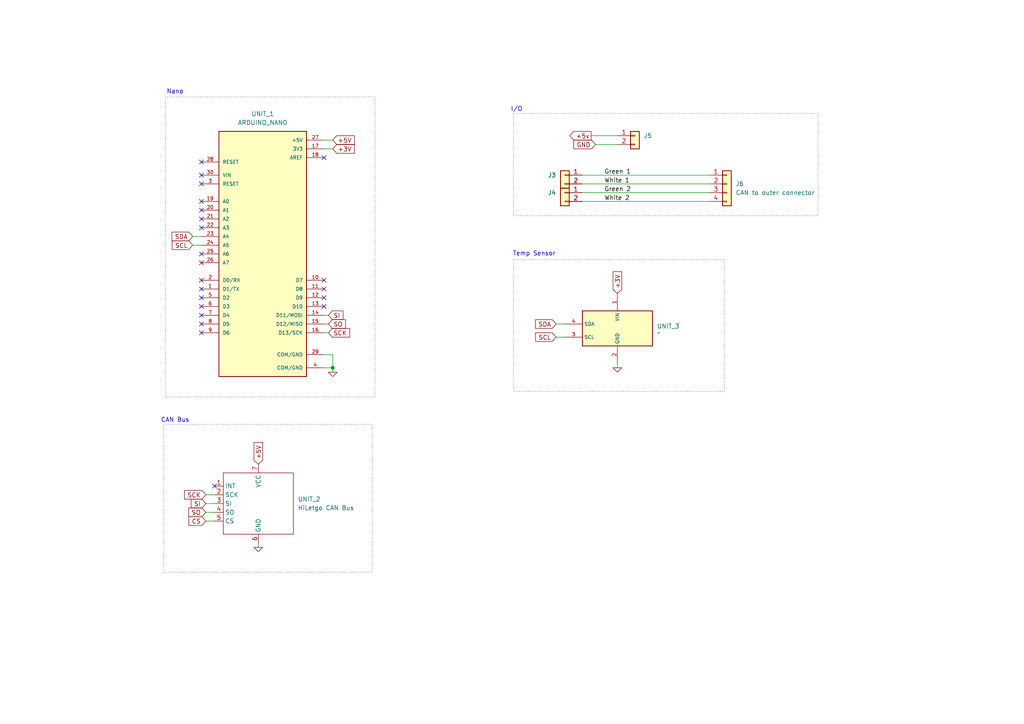
<source format=kicad_sch>
(kicad_sch (version 20231120) (generator "eeschema") (generator_version "8.0")
  (paper "A4")
  (lib_symbols
    (symbol "BAJA SAE:ARDUINO_NANO" (pin_names (offset 1.016))
      (property "Reference" "UNIT_" (at -12.7 35.56 0))
      (property "Value" "ARDUINO_NANO" (at -12.7 -38.1 0))
      (symbol "ARDUINO_NANO_0_0"
        (rectangle (start -12.7 35.56) (end 12.7 -35.56) (stroke (width 0.254)) (fill (type background)))
        (pin bidirectional line (at -17.78 -10.16 0) (length 5.08) (name "D1/TX") (number "1"))
        (pin bidirectional line (at 17.78 -7.62 180) (length 5.08) (name "D7") (number "10"))
        (pin bidirectional line (at 17.78 -10.16 180) (length 5.08) (name "D8") (number "11"))
        (pin bidirectional line (at 17.78 -12.7 180) (length 5.08) (name "D9") (number "12"))
        (pin bidirectional line (at 17.78 -15.24 180) (length 5.08) (name "D10") (number "13"))
        (pin bidirectional line (at 17.78 -17.78 180) (length 5.08) (name "D11/MOSI") (number "14"))
        (pin bidirectional line (at 17.78 -20.32 180) (length 5.08) (name "D12/MISO") (number "15"))
        (pin bidirectional line (at 17.78 -22.86 180) (length 5.08) (name "D13/SCK") (number "16"))
        (pin power_in line (at 17.78 30.48 180) (length 5.08) (name "3V3") (number "17"))
        (pin power_in line (at 17.78 27.94 180) (length 5.08) (name "AREF") (number "18"))
        (pin input line (at -17.78 15.24 0) (length 5.08) (name "A0") (number "19"))
        (pin bidirectional line (at -17.78 -7.62 0) (length 5.08) (name "D0/RX") (number "2"))
        (pin input line (at -17.78 12.7 0) (length 5.08) (name "A1") (number "20"))
        (pin input line (at -17.78 10.16 0) (length 5.08) (name "A2") (number "21"))
        (pin input line (at -17.78 7.62 0) (length 5.08) (name "A3") (number "22"))
        (pin input line (at -17.78 5.08 0) (length 5.08) (name "A4") (number "23"))
        (pin input line (at -17.78 2.54 0) (length 5.08) (name "A5") (number "24"))
        (pin input line (at -17.78 0 0) (length 5.08) (name "A6") (number "25"))
        (pin input line (at -17.78 -2.54 0) (length 5.08) (name "A7") (number "26"))
        (pin power_in line (at 17.78 33.02 180) (length 5.08) (name "+5V") (number "27"))
        (pin input line (at -17.78 26.67 0) (length 5.08) (name "RESET") (number "28"))
        (pin power_in line (at 17.78 -29.21 180) (length 5.08) (name "COM/GND") (number "29"))
        (pin input line (at -17.78 20.32 0) (length 5.08) (name "RESET") (number "3"))
        (pin input line (at -17.78 22.86 0) (length 5.08) (name "VIN") (number "30"))
        (pin power_in line (at 17.78 -33.02 180) (length 5.08) (name "COM/GND") (number "4"))
        (pin bidirectional line (at -17.78 -12.7 0) (length 5.08) (name "D2") (number "5"))
        (pin bidirectional line (at -17.78 -15.24 0) (length 5.08) (name "D3") (number "6"))
        (pin bidirectional line (at -17.78 -17.78 0) (length 5.08) (name "D4") (number "7"))
        (pin bidirectional line (at -17.78 -20.32 0) (length 5.08) (name "D5") (number "8"))
        (pin bidirectional line (at -17.78 -22.86 0) (length 5.08) (name "D6") (number "9"))
      )
    )
    (symbol "BAJA SAE:GY-906"
      (property "Reference" "UNIT" (at 0 4.826 0))
      (symbol "GY-906_0_0"
        (rectangle (start -10.16 10.16) (end 10.16 0) (stroke (width 0.254)) (fill (type background)))
        (pin input line (at 0 15.24 270) (length 5.08) (name "VIN") (number "1"))
      )
      (symbol "GY-906_1_0"
        (pin input line (at 0 -5.08 90) (length 5.08) (name "GND") (number "2"))
        (pin bidirectional line (at -15.24 2.54 0) (length 5.08) (name "SCL") (number "3"))
        (pin bidirectional line (at -15.24 6.35 0) (length 5.08) (name "SDA") (number "4"))
      )
    )
    (symbol "BAJA SAE:HiLetgo_CAN_BUS"
      (property "Reference" "UNIT_" (at 0 -4.064 0))
      (property "Value" "HiLetgo CAN Bus" (at 1.016 -1.524 0))
      (symbol "HiLetgo_CAN_BUS_0_1"
        (rectangle (start -10.16 7.62) (end 10.16 -10.16))
      )
      (symbol "HiLetgo_CAN_BUS_1_1"
        (pin input line (at -12.7 3.81 0) (length 2.54) (name "INT") (number "1"))
        (pin input line (at -12.7 1.27 0) (length 2.54) (name "SCK") (number "2"))
        (pin input line (at -12.7 -1.27 0) (length 2.54) (name "SI") (number "3"))
        (pin input line (at -12.7 -3.81 0) (length 2.54) (name "SO") (number "4"))
        (pin input line (at -12.7 -6.35 0) (length 2.54) (name "CS") (number "5"))
        (pin input line (at 0 -12.7 90) (length 2.54) (name "GND") (number "6"))
        (pin input line (at 0 10.16 270) (length 2.54) (name "VCC") (number "7"))
      )
    )
    (symbol "Connector_Generic:Conn_01x02" (pin_names (offset 1.016) hide)
      (property "Reference" "J" (at 0 2.54 0))
      (property "Value" "Conn_01x02" (at 0 -5.08 0))
      (symbol "Conn_01x02_1_1"
        (rectangle (start -1.27 -2.413) (end 0 -2.667) (stroke (width 0.1524)))
        (rectangle (start -1.27 0.127) (end 0 -0.127) (stroke (width 0.1524)))
        (rectangle (start -1.27 1.27) (end 1.27 -3.81) (stroke (width 0.254)) (fill (type background)))
        (pin passive line (at -5.08 0 0) (length 3.81) (name "Pin_1") (number "1"))
        (pin passive line (at -5.08 -2.54 0) (length 3.81) (name "Pin_2") (number "2"))
      )
    )
    (symbol "Connector_Generic:Conn_01x04" (pin_names (offset 1.016) hide)
      (property "Reference" "J" (at 0 5.08 0))
      (property "Value" "Conn_01x04" (at 0 -7.62 0))
      (symbol "Conn_01x04_1_1"
        (rectangle (start -1.27 -4.953) (end 0 -5.207) (stroke (width 0.1524)))
        (rectangle (start -1.27 -2.413) (end 0 -2.667) (stroke (width 0.1524)))
        (rectangle (start -1.27 0.127) (end 0 -0.127) (stroke (width 0.1524)))
        (rectangle (start -1.27 2.667) (end 0 2.413) (stroke (width 0.1524)))
        (rectangle (start -1.27 3.81) (end 1.27 -6.35) (stroke (width 0.254)) (fill (type background)))
        (pin passive line (at -5.08 2.54 0) (length 3.81) (name "Pin_1") (number "1"))
        (pin passive line (at -5.08 0 0) (length 3.81) (name "Pin_2") (number "2"))
        (pin passive line (at -5.08 -2.54 0) (length 3.81) (name "Pin_3") (number "3"))
        (pin passive line (at -5.08 -5.08 0) (length 3.81) (name "Pin_4") (number "4"))
      )
    )
    (symbol "Simulation_SPICE:0" (power) (pin_numbers hide) (pin_names (offset 0) hide)
      (property "Value" "0" (at 0 -2.54 0))
      (symbol "0_0_1"
        (polyline (pts (xy -1.27 0) (xy 0 -1.27) (xy 1.27 0) (xy -1.27 0)))
      )
      (symbol "0_1_1"
        (pin power_in line (at 0 0 0) (length 0) (name "~") (number "1"))
      )
    )
  )
  (junction (at 96.52 106.68))
  (no_connect (at 93.98 81.28))
  (no_connect (at 93.98 86.36))
  (no_connect (at 58.42 73.66))
  (no_connect (at 58.42 46.99))
  (no_connect (at 93.98 83.82))
  (no_connect (at 58.42 91.44))
  (no_connect (at 58.42 66.04))
  (no_connect (at 62.23 140.97))
  (no_connect (at 58.42 53.34))
  (no_connect (at 93.98 88.9))
  (no_connect (at 58.42 58.42))
  (no_connect (at 58.42 81.28))
  (no_connect (at 58.42 83.82))
  (no_connect (at 58.42 50.8))
  (no_connect (at 93.98 45.72))
  (no_connect (at 58.42 76.2))
  (no_connect (at 58.42 63.5))
  (no_connect (at 58.42 96.52))
  (no_connect (at 58.42 93.98))
  (no_connect (at 58.42 86.36))
  (no_connect (at 58.42 60.96))
  (no_connect (at 58.42 88.9))
  (wire (pts (xy 93.98 96.52) (xy 95.25 96.52)))
  (wire (pts (xy 161.29 93.98) (xy 163.83 93.98)))
  (wire (pts (xy 96.52 106.68) (xy 96.52 107.95)))
  (wire (pts (xy 59.69 151.13) (xy 62.23 151.13)))
  (wire (pts (xy 93.98 106.68) (xy 96.52 106.68)))
  (wire (pts (xy 171.45 39.37) (xy 179.07 39.37)))
  (wire (pts (xy 168.91 58.42) (xy 205.74 58.42)))
  (wire (pts (xy 93.98 43.18) (xy 96.52 43.18)))
  (wire (pts (xy 161.29 97.79) (xy 163.83 97.79)))
  (wire (pts (xy 168.91 55.88) (xy 205.74 55.88)))
  (wire (pts (xy 59.69 148.59) (xy 62.23 148.59)))
  (wire (pts (xy 172.72 41.91) (xy 179.07 41.91)))
  (wire (pts (xy 93.98 40.64) (xy 96.52 40.64)))
  (wire (pts (xy 74.93 157.48) (xy 74.93 158.75)))
  (wire (pts (xy 55.88 68.58) (xy 58.42 68.58)))
  (wire (pts (xy 59.69 143.51) (xy 62.23 143.51)))
  (wire (pts (xy 96.52 102.87) (xy 96.52 106.68)))
  (wire (pts (xy 55.88 71.12) (xy 58.42 71.12)))
  (wire (pts (xy 93.98 93.98) (xy 95.25 93.98)))
  (wire (pts (xy 59.69 146.05) (xy 62.23 146.05)))
  (wire (pts (xy 93.98 102.87) (xy 96.52 102.87)))
  (wire (pts (xy 168.91 53.34) (xy 205.74 53.34)))
  (wire (pts (xy 179.07 105.41) (xy 179.07 106.68)))
  (wire (pts (xy 93.98 91.44) (xy 95.25 91.44)))
  (wire (pts (xy 168.91 50.8) (xy 205.74 50.8)))
  (rectangle (start 47.9576 28.1076) (end 108.778 115.13) (stroke (width 0) (type dot)))
  (rectangle (start 47.4812 123.07) (end 107.984 165.946) (stroke (width 0) (type dot)))
  (rectangle (start 148.9544 75.2712) (end 210.0924 113.542) (stroke (width 0) (type dot)))
  (rectangle (start 148.9648 32.9084) (end 237.256 62.5712) (stroke (width 0) (type dot)))
  (text "CAN Bus" (at 50.8 121.92 0) (effects (font (size 1.27 1.27))))
  (text "Nano" (at 50.8 26.67 0) (effects (font (size 1.27 1.27))))
  (text "I/O" (at 149.86 31.75 0) (effects (font (size 1.27 1.27))))
  (text "Temp Sensor" (at 154.94 73.66 0) (effects (font (size 1.27 1.27))))
  (label "White 2" (at 175.26 58.42 0))
  (label "Green 2" (at 175.26 55.88 0))
  (label "White 1" (at 175.26 53.34 0))
  (label "Green 1" (at 175.26 50.8 0))
  (global_label "+5v" (shape output) (at 171.45 39.37 180) (property "Intersheetrefs" "${INTERSHEET_REFS}" (effects (hide yes))))
  (global_label "SCL" (shape input) (at 161.29 97.79 180) (property "Intersheetrefs" "${INTERSHEET_REFS}" (effects (hide yes))))
  (global_label "SCL" (shape input) (at 55.88 71.12 180) (property "Intersheetrefs" "${INTERSHEET_REFS}" (effects (hide yes))))
  (global_label "SCK" (shape input) (at 59.69 143.51 180) (property "Intersheetrefs" "${INTERSHEET_REFS}" (effects (hide yes))))
  (global_label "+3V" (shape input) (at 179.07 85.09 90) (property "Intersheetrefs" "${INTERSHEET_REFS}" (effects (hide yes))))
  (global_label "CS" (shape input) (at 59.69 151.13 180) (property "Intersheetrefs" "${INTERSHEET_REFS}" (effects (hide yes))))
  (global_label "SCK" (shape input) (at 95.25 96.52 0) (property "Intersheetrefs" "${INTERSHEET_REFS}" (effects (hide yes))))
  (global_label "+3V" (shape input) (at 96.52 43.18 0) (property "Intersheetrefs" "${INTERSHEET_REFS}" (effects (hide yes))))
  (global_label "SDA" (shape input) (at 55.88 68.58 180) (property "Intersheetrefs" "${INTERSHEET_REFS}" (effects (hide yes))))
  (global_label "+5V" (shape input) (at 74.93 134.62 90) (property "Intersheetrefs" "${INTERSHEET_REFS}" (effects (hide yes))))
  (global_label "SDA" (shape input) (at 161.29 93.98 180) (property "Intersheetrefs" "${INTERSHEET_REFS}" (effects (hide yes))))
  (global_label "+5V" (shape input) (at 96.52 40.64 0) (property "Intersheetrefs" "${INTERSHEET_REFS}" (effects (hide yes))))
  (global_label "SO" (shape input) (at 59.69 148.59 180) (property "Intersheetrefs" "${INTERSHEET_REFS}" (effects (hide yes))))
  (global_label "SI" (shape input) (at 95.25 91.44 0) (property "Intersheetrefs" "${INTERSHEET_REFS}" (effects (hide yes))))
  (global_label "GND" (shape input) (at 172.72 41.91 180) (property "Intersheetrefs" "${INTERSHEET_REFS}" (effects (hide yes))))
  (global_label "SO" (shape input) (at 95.25 93.98 0) (property "Intersheetrefs" "${INTERSHEET_REFS}" (effects (hide yes))))
  (global_label "SI" (shape input) (at 59.69 146.05 180) (property "Intersheetrefs" "${INTERSHEET_REFS}" (effects (hide yes))))
  (symbol (lib_id "Simulation_SPICE:0") (at 96.52 107.95 0) (unit 1)
    (property "Reference" "#GND03" (effects (hide yes)))
    (property "Value" "0" (effects (hide yes)))
    (property "Datasheet" "https://ngspice.sourceforge.io/docs/ngspice-html-manual/manual.xhtml#subsec_Circuit_elements__device" (effects (hide yes)))
    (property "Description" "0V reference potential for simulation" (effects (hide yes)))
  )
  (symbol (lib_id "BAJA SAE:HiLetgo_CAN_BUS") (at 74.93 144.78 0) (unit 1)
    (property "Reference" "UNIT_2" (at 86.36 144.7799 0) (effects (justify left)))
    (property "Value" "HiLetgo CAN Bus" (at 86.36 147.3199 0) (effects (justify left)))
    (property "Footprint" "BAJA SAE:HiLetgo CAN Bus (Facing Up)" (effects (hide yes)))
  )
  (symbol (lib_id "BAJA SAE:GY-906") (at 179.07 100.33 0) (unit 1)
    (property "Reference" "UNIT_3" (at 190.5 94.6149 0) (effects (justify left)))
    (property "Value" "~" (at 190.5 96.52 0) (effects (justify left)))
    (property "Footprint" "BAJA SAE:GY-906 (Facing Down)" (effects (hide yes)))
  )
  (symbol (lib_id "Connector_Generic:Conn_01x02") (at 184.15 39.37 0) (unit 1)
    (property "Reference" "J5" (at 186.69 39.3699 0) (effects (justify left)))
    (property "Value" "Conn_01x02" (effects (hide yes)))
    (property "Footprint" "Connector_Wire:SolderWire-0.75sqmm_1x02_P4.8mm_D1.25mm_OD2.3mm_Relief2x" (effects (hide yes)))
    (property "Description" "Generic connector, single row, 01x02, script generated (kicad-library-utils/schlib/autogen/connector/)" (effects (hide yes)))
  )
  (symbol (lib_id "Connector_Generic:Conn_01x04") (at 210.82 53.34 0) (unit 1)
    (property "Reference" "J6" (at 213.36 53.3399 0) (effects (justify left)))
    (property "Value" "CAN to outer connector" (at 213.36 55.8799 0) (effects (justify left)))
    (property "Footprint" "Connector_Wire:SolderWire-0.1sqmm_1x04_P3.6mm_D0.4mm_OD1mm_Relief" (effects (hide yes)))
    (property "Description" "Generic connector, single row, 01x04, script generated (kicad-library-utils/schlib/autogen/connector/)" (effects (hide yes)))
  )
  (symbol (lib_id "Connector_Generic:Conn_01x02") (at 163.83 50.8 0) (mirror y) (unit 1)
    (property "Reference" "J3" (at 161.29 50.7999 0) (effects (justify left)))
    (property "Value" "Conn_01x02" (effects (hide yes)))
    (property "Footprint" "Connector_PinHeader_2.54mm:PinHeader_1x02_P2.54mm_Vertical" (effects (hide yes)))
    (property "Description" "Generic connector, single row, 01x02, script generated (kicad-library-utils/schlib/autogen/connector/)" (effects (hide yes)))
  )
  (symbol (lib_id "Simulation_SPICE:0") (at 74.93 158.75 0) (unit 1)
    (property "Reference" "#GND01" (effects (hide yes)))
    (property "Value" "0" (effects (hide yes)))
    (property "Datasheet" "https://ngspice.sourceforge.io/docs/ngspice-html-manual/manual.xhtml#subsec_Circuit_elements__device" (effects (hide yes)))
    (property "Description" "0V reference potential for simulation" (effects (hide yes)))
  )
  (symbol (lib_id "BAJA SAE:ARDUINO_NANO") (at 76.2 73.66 0) (unit 1)
    (property "Reference" "UNIT_1" (at 76.2 33.02 0))
    (property "Value" "ARDUINO_NANO" (at 76.2 35.56 0))
    (property "Footprint" "BAJA SAE:SHIELD_ARDUINO_NANO" (effects (hide yes)))
    (property "MP" "Arduino Nano" (effects (hide yes)))
  )
  (symbol (lib_id "Connector_Generic:Conn_01x02") (at 163.83 55.88 0) (mirror y) (unit 1)
    (property "Reference" "J4" (at 161.29 55.8799 0) (effects (justify left)))
    (property "Value" "Conn_01x02" (effects (hide yes)))
    (property "Footprint" "Connector_PinHeader_2.54mm:PinHeader_1x02_P2.54mm_Vertical" (effects (hide yes)))
    (property "Description" "Generic connector, single row, 01x02, script generated (kicad-library-utils/schlib/autogen/connector/)" (effects (hide yes)))
  )
  (symbol (lib_id "Simulation_SPICE:0") (at 179.07 106.68 0) (unit 1)
    (property "Reference" "#GND02" (effects (hide yes)))
    (property "Value" "0" (effects (hide yes)))
    (property "Datasheet" "https://ngspice.sourceforge.io/docs/ngspice-html-manual/manual.xhtml#subsec_Circuit_elements__device" (effects (hide yes)))
    (property "Description" "0V reference potential for simulation" (effects (hide yes)))
  )
)
</source>
